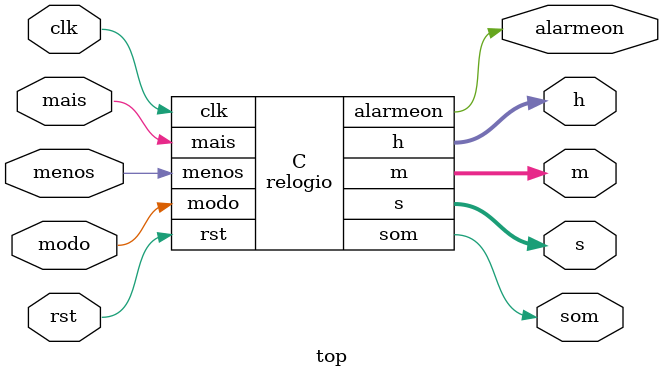
<source format=v>
module count59(input clk, input rst, input ud, output [5:0] Count, output loop);
reg [5:0] Count;
  always @ (posedge clk or negedge rst)
    begin
      if (~rst)
        Count <= 0;   // reset register
      else if ( Count == 59 & ud )
        Count <= 0;
      else if ( Count == 00 & ~ud )
        Count <= 59;
      else if(ud)
        Count <= Count + 1;  // increment register
      else
        Count <= Count - 1;
    end
assign loop = (Count == 59)&ud | (Count==0)&~ud;
endmodule

// uma fsm que conta de 0 até 23
module count23(input clk, input rst, input ud, output [4:0] Count);
reg [4:0] Count;
  always @ (posedge clk or negedge rst)
begin
  if (~rst)
    Count <= 0;   // reset register
  else if ( Count == 23 && ud )
    Count <= 0;
  else if ( Count == 0 && ~ud )
    Count <= 23;
  else if(ud)
    Count <= Count + 1;  // increment register
  else if(~ud)
    Count <= Count - 1;  // deincrement register
end
endmodule


// FSM do pulsar ao apertar botao MODO
/*

Modo Relogio
Estado | Endereco
  1        0000
  2        0001

Ajuste hora alarme
Estado | Endereco
  1        0010
  2        0011

Ajuste minuto alarme
Estado | Endereco
  1        0100
  2        0101

Cronometro
Estado | Endereco
  1        0110
  2        0111

Ajuste hora
Estado | Endereco
  1        1000
  2        1001

Ajuste minuto
Estado | Endereco
  1        1010
  2        1011
*/

module modo_pulsar(input clk, reset, modo,
  output[2:0] modoatual);
  reg[3:0] state;

  always @(posedge clk or negedge reset)
    begin
      if(reset==0)
        state=4'd0; // modo relogio
      else
        case(state)
          4'd0:
            if(modo==1'b1) state = 4'd1;
          4'd1:
            if(modo==1'b0) state = 4'd2;
          4'd2:
            if(modo==1'b1) state = 4'd3;
          4'd3:
            if(modo==1'b0) state = 4'd4;
          4'd4:
            if(modo==1'b1) state = 4'd5;
          4'd5:
            if(modo==1'b0) state = 4'd6;
          4'd6:
            if(modo==1'b1) state = 4'd7;
          4'd7:
            if(modo==1'b0) state = 4'd8;
          4'd8:
            if(modo==1'b1) state = 4'd9;
          4'd9:
            if(modo==1'b0) state = 4'd10;
          4'd10:
            if(modo==1'b1) state = 4'd11;
          4'd11:
            if(modo==1'b0) state = 4'd0;
        endcase
    end

    assign modoatual = (state==4'd0 || state==4'd1) ? 3'd0 // relogio
                      :(state==4'd2 || state==4'd3) ? 3'd1 // ajuste hora alarme
                      :(state==4'd4 || state==4'd5) ? 3'd2 // ajuste minuto alarme
                      :(state==4'd6 || state==4'd7) ? 3'd3 // cronometro
                      :(state==4'd8 || state==4'd9) ? 3'd4 // ajuste hora
                      :(state==4'd10 || state==4'd11) ? 3'd5 : 3'd0; // ajuste minuto
endmodule



module relogio(input clk,rst,modo,mais,menos,
  output[5:0] h,m,s,
  output alarmeon, som);

  wire outs,outs1,
       routs,routs1,
       aouts,aouts1;
  wire enable,nr;
  wire [5:0] hc,mc,sc,
             hr,mr,sr,
             ha,ma,sa;

  reg alarmeligado = 1'b0;


  assign enable = (menos) & clk;
  assign nr = res & zera;

  assign alarmeon = 1'b0;
  assign som = 1'b0;
  assign alarmeligado = 1'b0;
  assign alarmeon = alarmeligado;

  wire[2:0] modoatual; //
  modo_pulsar stm(clk,rst,modo,modoatual);

  //cronometro
  count59 seg(enable,nr,1'b1,sc,outs);
  count59 min(~outs,nr,1'b1,mc,outs1);
  count23 hor(~outsl,nr,1'b1,hc);

  //alarme
  count59 aseg(enable,rst,1'b1,sa,aouts);
  count59 amin(~aouts,rst,1'b1,ma,aouts1);
  count23 ahor(~aoutsl,rst,1'b1,ha);

  //relogio

  wire rclkhora,rclkminuto,rclkseg;
  assign rclkhora = (modoatual==3'd4) ? mais | menos : ~routsl;
  assign rclkminuto = (modoatual==3'd5) ? mais | menos : ~routs;
  assign rclkseg = (modoatual==3'd4 || modoatual==3'd5) ? 1'b0 : clk; // nao clocka os segundos no mode ajuste,
                                                                   // assim nao clokca minuto e hora pra n ter
                                                                  // inconscistencia

  assign rud = ((modoatual==3'd4 || modoatual==3'd5) & menos) ? 1'b0 : 1'b1;

  count59 rseg(rclkseg,rst,rud,sr,routs);
  count59 rmin(rclkminuto,rst,rud,mr,routsl);
  count23 rhora(rclkhora,rst,rud,hr);


  // botao mais
  always @(posedge mais)
    begin
      case(modoatual)
        3'd0: // modo relogio
          alarmeligado = ~alarmeligado;

      endcase
    end


  // saidas
  assign h = (modoatual==3'd0 || modoatual==3'd4 || modoatual==3'd5) ? hr
                : (modoatual==3'd1 || modoatual==3'd2) ? ha
                : hr;

  assign m = (modoatual==3'd0 || modoatual==3'd4 || modoatual==3'd5) ? mr
                : (modoatual==3'd1 || modoatual==3'd2) ? ma
                : mr;

  assign s = (modoatual==3'd0 || modoatual==3'd4 || modoatual==3'd5) ? sr
                : (modoatual==3'd1 || modoatual==3'd2) ? sa
                : sr;

endmodule

// top do trabalho
module top(input clk,rst,modo,mais,menos,
  output[5:0]h,m,s,
  output alarmeon,som);

  relogio C(clk,rst,modo,mais,menos,h,m,s,alarmeon, som);
endmodule

</source>
